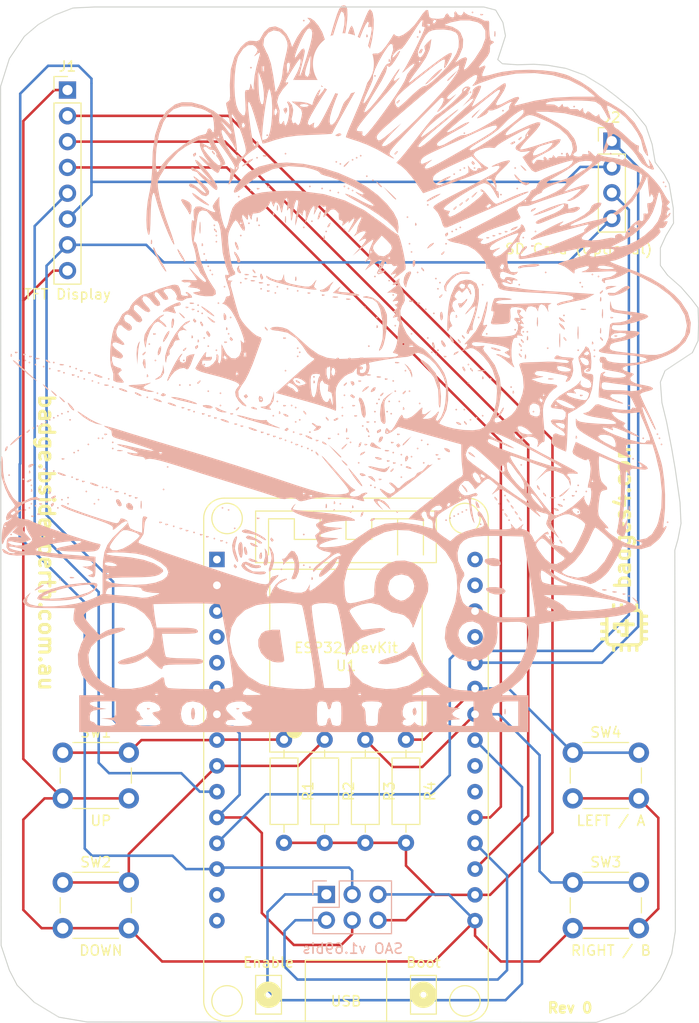
<source format=kicad_pcb>
(kicad_pcb (version 20211014) (generator pcbnew)
  (layers (0 "F.Cu" signal) (31 "B.Cu" signal) (34 "B.Paste" user) (35 "F.Paste" user) (36 "B.SilkS" user "B.Silkscreen") (37 "F.SilkS" user "F.Silkscreen") (38 "B.Mask" user) (39 "F.Mask" user) (44 "Edge.Cuts" user))
  (net 0 "")
  (net 1 "Net-(J1-Pad1)")
  (net 2 "Net-(J1-Pad2)")
  (net 3 "Net-(J1-Pad3)")
  (net 4 "Net-(J1-Pad4)")
  (net 5 "Net-(J1-Pad5)")
  (net 6 "Net-(J1-Pad6)")
  (net 7 "Net-(J1-Pad7)")
  (net 8 "Net-(R1-Pad1)")
  (net 9 "Net-(R2-Pad1)")
  (net 10 "Net-(R4-Pad1)")
  (net 25 "Net-(J2-Pad3)")
  (net 26 "Net-(J2-Pad1)")
  (net 27 "Net-(R3-Pad1)")
  (net 29 "Net-(J3-Pad1)")
  (net 30 "Net-(J3-Pad2)")
  (footprint "Resistor_THT:R_Axial_DIN0207_L6.3mm_D2.5mm_P10.16mm_Horizontal" (layer "F.Cu") (at 119.824 110.236 -90)
    (fp_text reference "R2" (at 5.08 -2.37 90) (layer "F.SilkS"))
    (fp_text value "10k")
    (pad "1" thru_hole circle (at 0 0 270) (size 1.6 1.6) (drill 0.8) (layers *.Cu *.Mask) (net 9 "Net-(R2-Pad1)"))
    (pad "2" thru_hole oval (at 10.16 0 270) (size 1.6 1.6) (drill 0.8) (layers *.Cu *.Mask) (net 2 "Net-(J1-Pad2)"))
  )
  (footprint "MountingHole:MountingHole_6mm" (layer "F.Cu") (at 121.666 43.688)
    (fp_text reference "REF**" hide)
    (fp_text value "MountingHole_6mm" hide)
    (pad "" np_thru_hole circle (at 0 0) (size 6 6) (drill 6) (layers *.Cu *.Mask))
  )
  (footprint "Connector_PinHeader_2.54mm:PinHeader_1x08_P2.54mm_Vertical" (layer "F.Cu") (at 94.518 46.2788)
    (fp_text reference "J1" (at 0 -2.33) (layer "F.SilkS"))
    (fp_text value "TFT Display" (at 0 20.11) (layer "F.SilkS"))
    (pad "1" thru_hole rect (at 0 0) (size 1.7 1.7) (drill 1) (layers *.Cu *.Mask) (net 1 "Net-(J1-Pad1)"))
    (pad "2" thru_hole oval (at 0 2.54) (size 1.7 1.7) (drill 1) (layers *.Cu *.Mask) (net 2 "Net-(J1-Pad2)"))
    (pad "3" thru_hole oval (at 0 5.08) (size 1.7 1.7) (drill 1) (layers *.Cu *.Mask) (net 3 "Net-(J1-Pad3)"))
    (pad "4" thru_hole oval (at 0 7.62) (size 1.7 1.7) (drill 1) (layers *.Cu *.Mask) (net 4 "Net-(J1-Pad4)"))
    (pad "5" thru_hole oval (at 0 10.16) (size 1.7 1.7) (drill 1) (layers *.Cu *.Mask) (net 5 "Net-(J1-Pad5)"))
    (pad "6" thru_hole oval (at 0 12.7) (size 1.7 1.7) (drill 1) (layers *.Cu *.Mask) (net 6 "Net-(J1-Pad6)"))
    (pad "7" thru_hole oval (at 0 15.24) (size 1.7 1.7) (drill 1) (layers *.Cu *.Mask) (net 7 "Net-(J1-Pad7)"))
    (pad "8" thru_hole oval (at 0 17.78) (size 1.7 1.7) (drill 1) (layers *.Cu *.Mask) (net 1 "Net-(J1-Pad1)"))
  )
  (footprint "Resistor_THT:R_Axial_DIN0207_L6.3mm_D2.5mm_P10.16mm_Horizontal" (layer "F.Cu") (at 123.824 110.236 -90)
    (fp_text reference "R3" (at 5.08 -2.37 90) (layer "F.SilkS"))
    (fp_text value "10k")
    (pad "1" thru_hole circle (at 0 0 270) (size 1.6 1.6) (drill 0.8) (layers *.Cu *.Mask) (net 27 "Net-(R3-Pad1)"))
    (pad "2" thru_hole oval (at 10.16 0 270) (size 1.6 1.6) (drill 0.8) (layers *.Cu *.Mask) (net 2 "Net-(J1-Pad2)"))
  )
  (footprint "Connector_PinHeader_2.54mm:PinHeader_1x04_P2.54mm_Vertical" (layer "F.Cu") (at 148.0832 51.308)
    (fp_text reference "J2" (at 0 -2.33) (layer "F.SilkS"))
    (fp_text value "SD Card (Optional)" (at -3.2604 10.6172) (layer "F.SilkS"))
    (pad "1" thru_hole rect (at 0 0) (size 1.7 1.7) (drill 1) (layers *.Cu *.Mask) (net 26 "Net-(J2-Pad1)"))
    (pad "2" thru_hole oval (at 0 2.54) (size 1.7 1.7) (drill 1) (layers *.Cu *.Mask) (net 6 "Net-(J1-Pad6)"))
    (pad "3" thru_hole oval (at 0 5.08) (size 1.7 1.7) (drill 1) (layers *.Cu *.Mask) (net 25 "Net-(J2-Pad3)"))
    (pad "4" thru_hole oval (at 0 7.62) (size 1.7 1.7) (drill 1) (layers *.Cu *.Mask) (net 7 "Net-(J1-Pad7)"))
  )
  (footprint "LOGO" (layer "F.Cu") (at 149.3012 99.2124 90)
    (fp_text reference "G***" hide)
    (fp_text value "LOGO" hide)
  )
  (footprint "Resistor_THT:R_Axial_DIN0207_L6.3mm_D2.5mm_P10.16mm_Horizontal" (layer "F.Cu") (at 115.824 110.236 -90)
    (fp_text reference "R1" (at 5.08 -2.37 90) (layer "F.SilkS"))
    (fp_text value "10k")
    (pad "1" thru_hole circle (at 0 0 270) (size 1.6 1.6) (drill 0.8) (layers *.Cu *.Mask) (net 8 "Net-(R1-Pad1)"))
    (pad "2" thru_hole oval (at 10.16 0 270) (size 1.6 1.6) (drill 0.8) (layers *.Cu *.Mask) (net 2 "Net-(J1-Pad2)"))
  )
  (footprint "Resistor_THT:R_Axial_DIN0207_L6.3mm_D2.5mm_P10.16mm_Horizontal" (layer "F.Cu") (at 127.824 110.236 -90)
    (fp_text reference "R4" (at 5.08 -2.37 90) (layer "F.SilkS"))
    (fp_text value "10k")
    (pad "1" thru_hole circle (at 0 0 270) (size 1.6 1.6) (drill 0.8) (layers *.Cu *.Mask) (net 10 "Net-(R4-Pad1)"))
    (pad "2" thru_hole oval (at 10.16 0 270) (size 1.6 1.6) (drill 0.8) (layers *.Cu *.Mask) (net 2 "Net-(J1-Pad2)"))
  )
  (footprint "Button_Switch_THT:SW_PUSH_6mm_H5mm" (layer "F.Cu") (at 94.051128 111.52)
    (fp_text reference "SW1" (at 3.25 -2) (layer "F.SilkS"))
    (fp_text value "UP" (at 3.75 6.7) (layer "F.SilkS"))
    (pad "1" thru_hole circle (at 6.5 0 90) (size 2 2) (drill 1.1) (layers *.Cu *.Mask) (net 8 "Net-(R1-Pad1)"))
    (pad "1" thru_hole circle (at 0 0 90) (size 2 2) (drill 1.1) (layers *.Cu *.Mask) (net 8 "Net-(R1-Pad1)"))
    (pad "2" thru_hole circle (at 0 4.5 90) (size 2 2) (drill 1.1) (layers *.Cu *.Mask) (net 1 "Net-(J1-Pad1)"))
    (pad "2" thru_hole circle (at 6.5 4.5 90) (size 2 2) (drill 1.1) (layers *.Cu *.Mask) (net 1 "Net-(J1-Pad1)"))
  )
  (footprint "Button_Switch_THT:SW_PUSH_6mm_H5mm" (layer "F.Cu") (at 144.24 111.52)
    (fp_text reference "SW4" (at 3.25 -2) (layer "F.SilkS"))
    (fp_text value "LEFT / A" (at 3.75 6.7) (layer "F.SilkS"))
    (pad "1" thru_hole circle (at 6.5 0 90) (size 2 2) (drill 1.1) (layers *.Cu *.Mask) (net 10 "Net-(R4-Pad1)"))
    (pad "1" thru_hole circle (at 0 0 90) (size 2 2) (drill 1.1) (layers *.Cu *.Mask) (net 10 "Net-(R4-Pad1)"))
    (pad "2" thru_hole circle (at 0 4.5 90) (size 2 2) (drill 1.1) (layers *.Cu *.Mask) (net 1 "Net-(J1-Pad1)"))
    (pad "2" thru_hole circle (at 6.5 4.5 90) (size 2 2) (drill 1.1) (layers *.Cu *.Mask) (net 1 "Net-(J1-Pad1)"))
  )
  (footprint "Button_Switch_THT:SW_PUSH_6mm_H5mm" (layer "F.Cu") (at 144.24 124.3)
    (fp_text reference "SW3" (at 3.25 -2) (layer "F.SilkS"))
    (fp_text value "RIGHT / B" (at 3.75 6.7) (layer "F.SilkS"))
    (pad "1" thru_hole circle (at 6.5 0 90) (size 2 2) (drill 1.1) (layers *.Cu *.Mask) (net 27 "Net-(R3-Pad1)"))
    (pad "1" thru_hole circle (at 0 0 90) (size 2 2) (drill 1.1) (layers *.Cu *.Mask) (net 27 "Net-(R3-Pad1)"))
    (pad "2" thru_hole circle (at 0 4.5 90) (size 2 2) (drill 1.1) (layers *.Cu *.Mask) (net 1 "Net-(J1-Pad1)"))
    (pad "2" thru_hole circle (at 6.5 4.5 90) (size 2 2) (drill 1.1) (layers *.Cu *.Mask) (net 1 "Net-(J1-Pad1)"))
  )
  (footprint "bsides_perth_2025:esp32_devkit_v1_doit" (layer "F.Cu") (at 121.92 92.5)
    (fp_text reference "U1" (at 0 10.47) (layer "F.SilkS"))
    (fp_text value "ESP32_DevKit" (at 0 8.7) (layer "F.SilkS"))
    (fp_text user "USB" (at 0 43.49) (layer "F.SilkS"))
    (fp_text user "Enable" (at -7.62 39.68) (layer "F.SilkS"))
    (fp_text user "Boot" (at 7.62 39.68) (layer "F.SilkS"))
    (pad "1" thru_hole rect (at -12.7 0) (size 1.524 1.524) (drill 0.762) (layers *.Cu *.Mask))
    (pad "2" thru_hole circle (at -12.7 2.54) (size 1.524 1.524) (drill 0.762) (layers *.Cu *.Mask))
    (pad "3" thru_hole circle (at -12.7 5.08) (size 1.524 1.524) (drill 0.762) (layers *.Cu *.Mask))
    (pad "4" thru_hole circle (at -12.7 7.62) (size 1.524 1.524) (drill 0.762) (layers *.Cu *.Mask))
    (pad "5" thru_hole circle (at -12.7 10.16) (size 1.524 1.524) (drill 0.762) (layers *.Cu *.Mask))
    (pad "6" thru_hole circle (at -12.7 12.7) (size 1.524 1.524) (drill 0.762) (layers *.Cu *.Mask))
    (pad "7" thru_hole circle (at -12.7 15.24) (size 1.524 1.524) (drill 0.762) (layers *.Cu *.Mask))
    (pad "8" thru_hole circle (at -12.7 17.78) (size 1.524 1.524) (drill 0.762) (layers *.Cu *.Mask) (net 8 "Net-(R1-Pad1)"))
    (pad "9" thru_hole circle (at -12.7 20.32) (size 1.524 1.524) (drill 0.762) (layers *.Cu *.Mask) (net 9 "Net-(R2-Pad1)"))
    (pad "10" thru_hole circle (at -12.7 22.86) (size 1.524 1.524) (drill 0.762) (layers *.Cu *.Mask) (net 5 "Net-(J1-Pad5)"))
    (pad "11" thru_hole circle (at -12.7 25.4) (size 1.524 1.524) (drill 0.762) (layers *.Cu *.Mask) (net 7 "Net-(J1-Pad7)"))
    (pad "12" thru_hole circle (at -12.7 27.94) (size 1.524 1.524) (drill 0.762) (layers *.Cu *.Mask) (net 25 "Net-(J2-Pad3)"))
    (pad "13" thru_hole circle (at -12.7 30.48) (size 1.524 1.524) (drill 0.762) (layers *.Cu *.Mask) (net 6 "Net-(J1-Pad6)"))
    (pad "14" thru_hole circle (at -12.7 33.02) (size 1.524 1.524) (drill 0.762) (layers *.Cu *.Mask))
    (pad "15" thru_hole circle (at -12.7 35.56) (size 1.524 1.524) (drill 0.762) (layers *.Cu *.Mask))
    (pad "16" thru_hole circle (at 12.7 35.56) (size 1.524 1.524) (drill 0.762) (layers *.Cu *.Mask) (net 1 "Net-(J1-Pad1)"))
    (pad "17" thru_hole circle (at 12.7 33.02) (size 1.524 1.524) (drill 0.762) (layers *.Cu *.Mask) (net 2 "Net-(J1-Pad2)"))
    (pad "18" thru_hole circle (at 12.7 30.48) (size 1.524 1.524) (drill 0.762) (layers *.Cu *.Mask) (net 3 "Net-(J1-Pad3)"))
    (pad "19" thru_hole circle (at 12.7 27.94) (size 1.524 1.524) (drill 0.762) (layers *.Cu *.Mask) (net 30 "Net-(J3-Pad2)"))
    (pad "20" thru_hole circle (at 12.7 25.4) (size 1.524 1.524) (drill 0.762) (layers *.Cu *.Mask) (net 4 "Net-(J1-Pad4)"))
    (pad "21" thru_hole circle (at 12.7 22.86) (size 1.524 1.524) (drill 0.762) (layers *.Cu *.Mask))
    (pad "22" thru_hole circle (at 12.7 20.32) (size 1.524 1.524) (drill 0.762) (layers *.Cu *.Mask))
    (pad "23" thru_hole circle (at 12.7 17.78) (size 1.524 1.524) (drill 0.762) (layers *.Cu *.Mask) (net 29 "Net-(J3-Pad1)"))
    (pad "24" thru_hole circle (at 12.7 15.24) (size 1.524 1.524) (drill 0.762) (layers *.Cu *.Mask) (net 27 "Net-(R3-Pad1)"))
    (pad "25" thru_hole circle (at 12.7 12.7) (size 1.524 1.524) (drill 0.762) (layers *.Cu *.Mask) (net 10 "Net-(R4-Pad1)"))
    (pad "26" thru_hole circle (at 12.7 10.16) (size 1.524 1.524) (drill 0.762) (layers *.Cu *.Mask) (net 26 "Net-(J2-Pad1)"))
    (pad "27" thru_hole circle (at 12.7 7.62) (size 1.524 1.524) (drill 0.762) (layers *.Cu *.Mask))
    (pad "28" thru_hole circle (at 12.7 5.08) (size 1.524 1.524) (drill 0.762) (layers *.Cu *.Mask))
    (pad "29" thru_hole circle (at 12.7 2.54) (size 1.524 1.524) (drill 0.762) (layers *.Cu *.Mask))
    (pad "30" thru_hole circle (at 12.7 0) (size 1.524 1.524) (drill 0.762) (layers *.Cu *.Mask))
  )
  (footprint "Button_Switch_THT:SW_PUSH_6mm_H5mm" (layer "F.Cu") (at 94.051128 124.3)
    (fp_text reference "SW2" (at 3.25 -2) (layer "F.SilkS"))
    (fp_text value "DOWN" (at 3.75 6.7) (layer "F.SilkS"))
    (pad "1" thru_hole circle (at 6.5 0 90) (size 2 2) (drill 1.1) (layers *.Cu *.Mask) (net 9 "Net-(R2-Pad1)"))
    (pad "1" thru_hole circle (at 0 0 90) (size 2 2) (drill 1.1) (layers *.Cu *.Mask) (net 9 "Net-(R2-Pad1)"))
    (pad "2" thru_hole circle (at 6.5 4.5 90) (size 2 2) (drill 1.1) (layers *.Cu *.Mask) (net 1 "Net-(J1-Pad1)"))
    (pad "2" thru_hole circle (at 0 4.5 90) (size 2 2) (drill 1.1) (layers *.Cu *.Mask) (net 1 "Net-(J1-Pad1)"))
  )
  (footprint "Connector_PinHeader_2.54mm:PinHeader_2x03_P2.54mm_Vertical" (layer "B.Cu") (at 119.9896 125.476 -90)
    (fp_text reference "J3" hide)
    (fp_text value "SAO v1.69bis" (at 5.334 -2.5908 180) (layer "B.SilkS") (effects (justify mirror)))
    (pad "1" thru_hole rect (at 0 0 270) (size 1.7 1.7) (drill 1) (layers *.Cu *.Mask) (net 29 "Net-(J3-Pad1)"))
    (pad "2" thru_hole oval (at 2.54 0 270) (size 1.7 1.7) (drill 1) (layers *.Cu *.Mask) (net 30 "Net-(J3-Pad2)"))
    (pad "3" thru_hole oval (at 0 -2.54 270) (size 1.7 1.7) (drill 1) (layers *.Cu *.Mask) (net 6 "Net-(J1-Pad6)"))
    (pad "4" thru_hole oval (at 2.54 -2.54 270) (size 1.7 1.7) (drill 1) (layers *.Cu *.Mask) (net 7 "Net-(J1-Pad7)"))
    (pad "5" thru_hole oval (at 0 -5.08 270) (size 1.7 1.7) (drill 1) (layers *.Cu *.Mask) (net 1 "Net-(J1-Pad1)"))
    (pad "6" thru_hole oval (at 2.54 -5.08 270) (size 1.7 1.7) (drill 1) (layers *.Cu *.Mask) (net 2 "Net-(J1-Pad2)"))
  )
  (footprint "bsides_perth_2025:bsides_footprint" (layer "B.Cu") (at 121.8692 73.6092 180)
    (fp_text reference "G***" (at 0 0) (layer "B.SilkS") (effects (font (size 1.524 1.524) (thickness 0.3)) (justify mirror)))
    (fp_text value "LOGO" hide)
  )
  (gr_poly (pts (xy 132.842 38.1) (xy 135.4836 38.1) (xy 136.652 38.4048) (xy 137.3632 39.624) (xy 137.6172 40.9448) (xy 137.16 42.3672) (xy 136.8552 43.2816) (xy 137.3124 43.688) (xy 138.7856 43.7896) (xy 140.4112 43.7388) (xy 141.7828 43.8404) (xy 143.5608 44.1452) (xy 145.3896 44.8056) (xy 147.2184 45.9232) (xy 148.4884 46.8884) (xy 150.114 48.2092) (xy 151.4348 49.8348) (xy 152.0444 51.6128) (xy 152.3492 53.3908) (xy 153.2128 54.5592) (xy 153.7208 55.5244) (xy 154.1272 57.912) (xy 154.1526 59.3852) (xy 153.416 60.6044) (xy 152.8572 61.8236) (xy 152.8572 63.5508) (xy 153.5684 64.516) (xy 154.8892 65.6844) (xy 155.9052 66.8528) (xy 156.5656 67.7164) (xy 156.6164 69.2912) (xy 156.5656 70.9676) (xy 156.0068 72.136) (xy 154.5336 73.1012) (xy 153.3144 73.914) (xy 152.8572 75.0316) (xy 153.0096 77.0636) (xy 153.4668 78.9432) (xy 153.9748 81.5848) (xy 154.3304 83.6676) (xy 154.7876 86.868) (xy 154.8892 88.9508) (xy 154.5844 90.5256) (xy 154.2796 91.5924) (xy 154.3304 129.0828) (xy 153.9748 131.318) (xy 153.416 132.6896) (xy 152.8572 133.858) (xy 151.9428 134.9756) (xy 150.8252 136.0932) (xy 149.352 137.1092) (xy 146.558 138.0744) (xy 96.446262 138.034432) (xy 93.6752 137.5664) (xy 91.2368 136.0932) (xy 89.5604 134.4168) (xy 88.7984 132.9436) (xy 87.9856 130.5052) (xy 87.933911 45.922838) (xy 88.7984 43.18) (xy 90.2716 40.9956) (xy 91.6432 39.8272) (xy 93.218 38.9128) (xy 95.0468 38.2016) (xy 97.1804 38.1) (xy 98.298 38.1) (xy 102.7176 38.1) (xy 120.142 38.1) (xy 127.762 38.1)) (layer "Edge.Cuts") (width 0.1) (fill none))
  (gr_text "badges4.com" (at 149.1488 88.0364 90) (layer "F.SilkS") (effects (font (size 1.5 1.5) (thickness 0.3))))
  (gr_text "Rev 0" (at 143.9672 136.652) (layer "F.SilkS") (effects (font (size 1 1) (thickness 0.25))))
  (gr_text "badge.bsidesperth.com.au" (at 92.456 90.8304 -90) (layer "F.SilkS") (effects (font (size 1.5 1.5) (thickness 0.3))))
  (segment (start 130.6 132.08) (end 103.831128 132.08) (width 0.25) (layer "F.Cu") (net 1))
  (segment (start 90.17 118.11) (end 92.26 116.02) (width 0.25) (layer "F.Cu") (net 1))
  (segment (start 134.62 128.06) (end 134.62 129.54) (width 0.25) (layer "F.Cu") (net 1))
  (segment (start 140.96 132.08) (end 144.24 128.8) (width 0.25) (layer "F.Cu") (net 1))
  (segment (start 103.831128 132.08) (end 100.551128 128.8) (width 0.25) (layer "F.Cu") (net 1))
  (segment (start 150.74 128.8) (end 152.654 126.886) (width 0.25) (layer "F.Cu") (net 1))
  (segment (start 90.17 49.3268) (end 93.218 46.2788) (width 0.25) (layer "F.Cu") (net 1))
  (segment (start 152.654 117.934) (end 150.74 116.02) (width 0.25) (layer "F.Cu") (net 1))
  (segment (start 94.051128 116.02) (end 90.17 112.138872) (width 0.25) (layer "F.Cu") (net 1))
  (segment (start 90.17 67.0052) (end 90.17 49.3268) (width 0.25) (layer "F.Cu") (net 1))
  (segment (start 144.24 128.8) (end 150.74 128.8) (width 0.25) (layer "F.Cu") (net 1))
  (segment (start 134.62 129.54) (end 137.16 132.08) (width 0.25) (layer "F.Cu") (net 1))
  (segment (start 92.26 116.02) (end 94.051128 116.02) (width 0.25) (layer "F.Cu") (net 1))
  (segment (start 94.051128 128.8) (end 91.97 128.8) (width 0.25) (layer "F.Cu") (net 1))
  (segment (start 94.051128 116.02) (end 100.551128 116.02) (width 0.25) (layer "F.Cu") (net 1))
  (segment (start 100.551128 128.8) (end 94.051128 128.8) (width 0.25) (layer "F.Cu") (net 1))
  (segment (start 134.62 128.06) (end 130.6 132.08) (width 0.25) (layer "F.Cu") (net 1))
  (segment (start 90.17 127) (end 90.17 118.11) (width 0.25) (layer "F.Cu") (net 1))
  (segment (start 150.74 116.02) (end 144.24 116.02) (width 0.25) (layer "F.Cu") (net 1))
  (segment (start 137.16 132.08) (end 140.96 132.08) (width 0.25) (layer "F.Cu") (net 1))
  (segment (start 93.218 46.2788) (end 94.518 46.2788) (width 0.25) (layer "F.Cu") (net 1))
  (segment (start 90.17 67.0052) (end 93.1164 64.0588) (width 0.25) (layer "F.Cu") (net 1))
  (segment (start 93.1164 64.0588) (end 94.518 64.0588) (width 0.25) (layer "F.Cu") (net 1))
  (segment (start 152.654 126.886) (end 152.654 117.934) (width 0.25) (layer "F.Cu") (net 1))
  (segment (start 91.97 128.8) (end 90.17 127) (width 0.25) (layer "F.Cu") (net 1))
  (segment (start 90.17 112.138872) (end 90.17 67.0052) (width 0.25) (layer "F.Cu") (net 1))
  (segment (start 132.036 125.476) (end 134.62 128.06) (width 0.25) (layer "B.Cu") (net 1))
  (segment (start 125.0696 125.476) (end 132.036 125.476) (width 0.25) (layer "B.Cu") (net 1))
  (segment (start 136.1 125.52) (end 134.62 125.52) (width 0.25) (layer "F.Cu") (net 2))
  (segment (start 119.824 120.396) (end 123.824 120.396) (width 0.25) (layer "F.Cu") (net 2))
  (segment (start 130.7152 125.52) (end 130.9184 125.52) (width 0.25) (layer "F.Cu") (net 2))
  (segment (start 123.824 120.396) (end 127.824 120.396) (width 0.25) (layer "F.Cu") (net 2))
  (segment (start 110.364396 48.8188) (end 94.518 48.8188) (width 0.25) (layer "F.Cu") (net 2))
  (segment (start 130.9184 125.52) (end 134.62 125.52) (width 0.25) (layer "F.Cu") (net 2))
  (segment (start 142.24 119.38) (end 136.1 125.52) (width 0.25) (layer "F.Cu") (net 2))
  (segment (start 127.824 122.6424) (end 130.5052 125.3236) (width 0.25) (layer "F.Cu") (net 2))
  (segment (start 130.7084 125.5268) (end 130.7152 125.52) (width 0.25) (layer "F.Cu") (net 2))
  (segment (start 127.8128 128.016) (end 130.5052 125.3236) (width 0.25) (layer "F.Cu") (net 2))
  (segment (start 127.824 120.396) (end 127.824 122.6424) (width 0.25) (layer "F.Cu") (net 2))
  (segment (start 125.0696 128.016) (end 127.8128 128.016) (width 0.25) (layer "F.Cu") (net 2))
  (segment (start 142.24 80.694404) (end 110.364396 48.8188) (width 0.25) (layer "F.Cu") (net 2))
  (segment (start 130.5052 125.3236) (end 130.7084 125.5268) (width 0.25) (layer "F.Cu") (net 2))
  (segment (start 115.824 120.396) (end 119.824 120.396) (width 0.25) (layer "F.Cu") (net 2))
  (segment (start 142.24 119.38) (end 142.24 80.694404) (width 0.25) (layer "F.Cu") (net 2))
  (segment (start 139.8524 81.202404) (end 110.008796 51.3588) (width 0.25) (layer "F.Cu") (net 3))
  (segment (start 110.008796 51.3588) (end 94.518 51.3588) (width 0.25) (layer "F.Cu") (net 3))
  (segment (start 139.8524 117.7476) (end 139.8524 81.202404) (width 0.25) (layer "F.Cu") (net 3))
  (segment (start 134.62 122.98) (end 139.8524 117.7476) (width 0.25) (layer "F.Cu") (net 3))
  (segment (start 134.62 117.9) (end 136.1 117.9) (width 0.25) (layer "F.Cu") (net 4))
  (segment (start 137.16 80.8736) (end 110.1852 53.8988) (width 0.25) (layer "F.Cu") (net 4))
  (segment (start 136.1 117.9) (end 137.16 116.84) (width 0.25) (layer "F.Cu") (net 4))
  (segment (start 110.1852 53.8988) (end 94.518 53.8988) (width 0.25) (layer "F.Cu") (net 4))
  (segment (start 137.16 116.84) (end 137.16 80.8736) (width 0.25) (layer "F.Cu") (net 4))
  (segment (start 105.7148 113.538) (end 98.6028 113.538) (width 0.25) (layer "B.Cu") (net 5))
  (segment (start 91.2876 59.6692) (end 94.518 56.4388) (width 0.25) (layer "B.Cu") (net 5))
  (segment (start 97.5868 95.7072) (end 91.2876 89.408) (width 0.25) (layer "B.Cu") (net 5))
  (segment (start 98.6028 113.538) (end 97.5868 112.522) (width 0.25) (layer "B.Cu") (net 5))
  (segment (start 91.2876 89.408) (end 91.2876 59.6692) (width 0.25) (layer "B.Cu") (net 5))
  (segment (start 97.5868 112.522) (end 97.5868 95.7072) (width 0.25) (layer "B.Cu") (net 5))
  (segment (start 109.22 115.36) (end 107.5368 115.36) (width 0.25) (layer "B.Cu") (net 5))
  (segment (start 107.5368 115.36) (end 105.7148 113.538) (width 0.25) (layer "B.Cu") (net 5))
  (segment (start 122.2248 122.8344) (end 109.710796 122.8344) (width 0.25) (layer "B.Cu") (net 6))
  (segment (start 96.8756 45.1612) (end 96.8756 45.6184) (width 0.25) (layer "B.Cu") (net 6))
  (segment (start 106.1652 122.98) (end 105.0544 121.8692) (width 0.25) (layer "B.Cu") (net 6))
  (segment (start 104.8512 121.666) (end 96.9264 121.666) (width 0.25) (layer "B.Cu") (net 6))
  (segment (start 89.8652 46.6344) (end 92.2528 44.2468) (width 0.25) (layer "B.Cu") (net 6))
  (segment (start 89.8652 83.058) (end 89.8652 46.6344) (width 0.25) (layer "B.Cu") (net 6))
  (segment (start 92.6084 43.8912) (end 95.6056 43.8912) (width 0.25) (layer "B.Cu") (net 6))
  (segment (start 96.8756 45.6184) (end 96.8756 55.3212) (width 0.25) (layer "B.Cu") (net 6))
  (segment (start 89.8144 83.1088) (end 89.8652 83.058) (width 0.25) (layer "B.Cu") (net 6))
  (segment (start 96.2152 96.7232) (end 96.1136 96.6216) (width 0.25) (layer "B.Cu") (net 6))
  (segment (start 89.8144 88.7476) (end 89.8144 83.1088) (width 0.25) (layer "B.Cu") (net 6))
  (segment (start 144.9832 53.848) (end 148.0832 53.848) (width 0.25) (layer "B.Cu") (net 6))
  (segment (start 95.6056 43.8912) (end 96.8756 45.1612) (width 0.25) (layer "B.Cu") (net 6))
  (segment (start 122.5296 125.476) (end 122.5296 123.1392) (width 0.25) (layer "B.Cu") (net 6))
  (segment (start 105.0544 121.8692) (end 104.8512 121.666) (width 0.25) (layer "B.Cu") (net 6))
  (segment (start 96.8756 55.3212) (end 96.8756 56.6212) (width 0.25) (layer "B.Cu") (net 6))
  (segment (start 122.5296 123.1392) (end 122.2248 122.8344) (width 0.25) (layer "B.Cu") (net 6))
  (segment (start 96.2152 105.3084) (end 96.2152 96.7232) (width 0.25) (layer "B.Cu") (net 6))
  (segment (start 96.9264 121.666) (end 96.2152 120.9548) (width 0.25) (layer "B.Cu") (net 6))
  (segment (start 109.22 122.98) (end 106.1652 122.98) (width 0.25) (layer "B.Cu") (net 6))
  (segment (start 109.710796 122.8344) (end 109.538198 122.661802) (width 0.25) (layer "B.Cu") (net 6))
  (segment (start 89.8144 90.3224) (end 89.8144 88.7476) (width 0.25) (layer "B.Cu") (net 6))
  (segment (start 92.2528 44.2468) (end 92.6084 43.8912) (width 0.25) (layer "B.Cu") (net 6))
  (segment (start 143.51 55.3212) (end 144.9832 53.848) (width 0.25) (layer "B.Cu") (net 6))
  (segment (start 96.8756 55.3212) (end 143.51 55.3212) (width 0.25) (layer "B.Cu") (net 6))
  (segment (start 96.2152 120.9548) (end 96.2152 105.3084) (width 0.25) (layer "B.Cu") (net 6))
  (segment (start 96.1136 96.6216) (end 89.8144 90.3224) (width 0.25) (layer "B.Cu") (net 6))
  (segment (start 96.8756 56.6212) (end 94.518 58.9788) (width 0.25) (layer "B.Cu") (net 6))
  (segment (start 113.6396 127.3048) (end 113.6396 119.4308) (width 0.25) (layer "F.Cu") (net 7))
  (segment (start 121.4628 130.4544) (end 116.7892 130.4544) (width 0.25) (layer "F.Cu") (net 7))
  (segment (start 109.22 117.9) (end 112.1088 117.9) (width 0.25) (layer "F.Cu") (net 7))
  (segment (start 121.4628 130.4544) (end 122.5296 129.3876) (width 0.25) (layer "F.Cu") (net 7))
  (segment (start 122.5296 129.3876) (end 122.5296 128.016) (width 0.25) (layer "F.Cu") (net 7))
  (segment (start 112.1088 117.9) (end 113.6396 119.4308) (width 0.25) (layer "F.Cu") (net 7))
  (segment (start 116.7892 130.4544) (end 113.6396 127.3048) (width 0.25) (layer "F.Cu") (net 7))
  (segment (start 92.456 88.138) (end 92.456 63.5808) (width 0.25) (layer "B.Cu") (net 7))
  (segment (start 99.7204 108.966) (end 99.0092 108.2548) (width 0.25) (layer "B.Cu") (net 7))
  (segment (start 99.0092 94.6912) (end 92.456 88.138) (width 0.25) (layer "B.Cu") (net 7))
  (segment (start 103.9876 63.246) (end 143.7652 63.246) (width 0.25) (layer "B.Cu") (net 7))
  (segment (start 111.4552 115.6648) (end 111.4552 109.6264) (width 0.25) (layer "B.Cu") (net 7))
  (segment (start 92.456 63.5808) (end 94.518 61.5188) (width 0.25) (layer "B.Cu") (net 7))
  (segment (start 109.22 117.9) (end 111.4552 115.6648) (width 0.25) (layer "B.Cu") (net 7))
  (segment (start 143.7652 63.246) (end 148.0832 58.928) (width 0.25) (layer "B.Cu") (net 7))
  (segment (start 102.2604 61.5188) (end 103.9876 63.246) (width 0.25) (layer "B.Cu") (net 7))
  (segment (start 99.0092 108.2548) (end 99.0092 94.6912) (width 0.25) (layer "B.Cu") (net 7))
  (segment (start 110.7948 108.966) (end 99.7204 108.966) (width 0.25) (layer "B.Cu") (net 7))
  (segment (start 111.4552 109.6264) (end 110.7948 108.966) (width 0.25) (layer "B.Cu") (net 7))
  (segment (start 94.518 61.5188) (end 102.2604 61.5188) (width 0.25) (layer "B.Cu") (net 7))
  (segment (start 101.791128 110.28) (end 100.551128 111.52) (width 0.25) (layer "F.Cu") (net 8))
  (segment (start 109.264 110.236) (end 109.22 110.28) (width 0.25) (layer "F.Cu") (net 8))
  (segment (start 109.22 110.28) (end 101.791128 110.28) (width 0.25) (layer "F.Cu") (net 8))
  (segment (start 115.824 110.236) (end 109.264 110.236) (width 0.25) (layer "F.Cu") (net 8))
  (segment (start 100.551128 111.52) (end 94.051128 111.52) (width 0.25) (layer "F.Cu") (net 8))
  (segment (start 117.24 112.82) (end 109.22 112.82) (width 0.25) (layer "F.Cu") (net 9))
  (segment (start 100.551128 124.3) (end 94.051128 124.3) (width 0.25) (layer "F.Cu") (net 9))
  (segment (start 100.551128 121.488872) (end 100.551128 124.3) (width 0.25) (layer "F.Cu") (net 9))
  (segment (start 109.22 112.82) (end 100.551128 121.488872) (width 0.25) (layer "F.Cu") (net 9))
  (segment (start 119.824 110.236) (end 117.24 112.82) (width 0.25) (layer "F.Cu") (net 9))
  (segment (start 129.584 110.236) (end 134.62 105.2) (width 0.25) (layer "F.Cu") (net 10))
  (segment (start 127.824 110.236) (end 129.584 110.236) (width 0.25) (layer "F.Cu") (net 10))
  (segment (start 144.24 111.52) (end 150.74 111.52) (width 0.25) (layer "B.Cu") (net 10))
  (segment (start 134.62 105.2) (end 137.92 105.2) (width 0.25) (layer "B.Cu") (net 10))
  (segment (start 137.92 105.2) (end 144.24 111.52) (width 0.25) (layer "B.Cu") (net 10))
  (segment (start 132.1308 102.3112) (end 132.9436 101.4984) (width 0.25) (layer "B.Cu") (net 25))
  (segment (start 132.9436 101.4984) (end 146.2024 101.4984) (width 0.25) (layer "B.Cu") (net 25))
  (segment (start 109.22 120.44) (end 114.0392 115.6208) (width 0.25) (layer "B.Cu") (net 25))
  (segment (start 132.1308 113.7412) (end 132.1308 102.3112) (width 0.25) (layer "B.Cu") (net 25))
  (segment (start 149.7584 97.9424) (end 149.7584 58.0632) (width 0.25) (layer "B.Cu") (net 25))
  (segment (start 114.0392 115.6208) (end 130.2512 115.6208) (width 0.25) (layer "B.Cu") (net 25))
  (segment (start 130.2512 115.6208) (end 132.1308 113.7412) (width 0.25) (layer "B.Cu") (net 25))
  (segment (start 149.7584 58.0632) (end 148.0832 56.388) (width 0.25) (layer "B.Cu") (net 25))
  (segment (start 146.2024 101.4984) (end 149.7584 97.9424) (width 0.25) (layer "B.Cu") (net 25))
  (segment (start 147.1236 102.66) (end 150.6728 99.1108) (width 0.25) (layer "B.Cu") (net 26))
  (segment (start 150.6728 53.8976) (end 148.0832 51.308) (width 0.25) (layer "B.Cu") (net 26))
  (segment (start 134.62 102.66) (end 147.1236 102.66) (width 0.25) (layer "B.Cu") (net 26))
  (segment (start 150.6728 99.1108) (end 150.6728 53.8976) (width 0.25) (layer "B.Cu") (net 26))
  (segment (start 129.4316 112.9284) (end 134.62 107.74) (width 0.25) (layer "F.Cu") (net 27))
  (segment (start 123.824 110.236) (end 126.5164 112.9284) (width 0.25) (layer "F.Cu") (net 27))
  (segment (start 126.5164 112.9284) (end 129.4316 112.9284) (width 0.25) (layer "F.Cu") (net 27))
  (segment (start 134.62 107.74) (end 136.95 107.74) (width 0.25) (layer "B.Cu") (net 27))
  (segment (start 136.95 107.74) (end 140.97 111.76) (width 0.25) (layer "B.Cu") (net 27))
  (segment (start 144.24 124.3) (end 150.74 124.3) (width 0.25) (layer "B.Cu") (net 27))
  (segment (start 142.08 124.3) (end 144.24 124.3) (width 0.25) (layer "B.Cu") (net 27))
  (segment (start 140.97 111.76) (end 140.97 123.19) (width 0.25) (layer "B.Cu") (net 27))
  (segment (start 140.97 123.19) (end 142.08 124.3) (width 0.25) (layer "B.Cu") (net 27))
  (segment (start 119.9896 125.476) (end 115.9256 125.476) (width 0.25) (layer "B.Cu") (net 29))
  (segment (start 114.1984 134.874) (end 115.2144 135.89) (width 0.25) (layer "B.Cu") (net 29))
  (segment (start 139.2428 134.2644) (end 139.2428 114.9028) (width 0.25) (layer "B.Cu") (net 29))
  (segment (start 115.2144 135.89) (end 137.6172 135.89) (width 0.25) (layer "B.Cu") (net 29))
  (segment (start 114.1984 127.2032) (end 114.1984 134.874) (width 0.25) (layer "B.Cu") (net 29))
  (segment (start 115.9256 125.476) (end 114.1984 127.2032) (width 0.25) (layer "B.Cu") (net 29))
  (segment (start 139.2428 114.9028) (end 134.62 110.28) (width 0.25) (layer "B.Cu") (net 29))
  (segment (start 137.6172 135.89) (end 139.2428 134.2644) (width 0.25) (layer "B.Cu") (net 29))
  (segment (start 119.9896 128.016) (end 116.9416 128.016) (width 0.25) (layer "B.Cu") (net 30))
  (segment (start 136.8552 133.858) (end 117.1448 133.858) (width 0.25) (layer "B.Cu") (net 30))
  (segment (start 137.7696 123.5896) (end 134.62 120.44) (width 0.25) (layer "B.Cu") (net 30))
  (segment (start 117.1448 133.858) (end 115.8748 132.588) (width 0.25) (layer "B.Cu") (net 30))
  (segment (start 137.7696 132.9436) (end 137.7696 123.5896) (width 0.25) (layer "B.Cu") (net 30))
  (segment (start 136.8552 133.858) (end 137.7696 132.9436) (width 0.25) (layer "B.Cu") (net 30))
  (segment (start 116.9416 128.016) (end 115.8748 129.0828) (width 0.25) (layer "B.Cu") (net 30))
  (segment (start 115.8748 132.588) (end 115.8748 129.0828) (width 0.25) (layer "B.Cu") (net 30))
)
</source>
